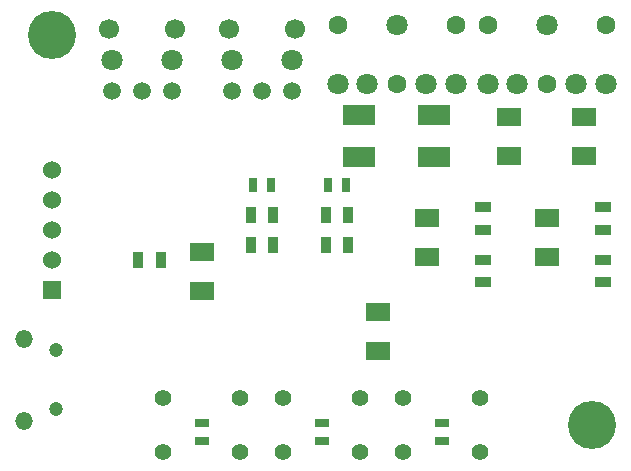
<source format=gbs>
G04 (created by PCBNEW (2013-05-16 BZR 4016)-stable) date 11/18/2013 1:12:52 AM*
%MOIN*%
G04 Gerber Fmt 3.4, Leading zero omitted, Abs format*
%FSLAX34Y34*%
G01*
G70*
G90*
G04 APERTURE LIST*
%ADD10C,0.00590551*%
%ADD11C,0.0551*%
%ADD12R,0.06X0.06*%
%ADD13C,0.06*%
%ADD14C,0.0709*%
%ADD15C,0.063*%
%ADD16R,0.045X0.025*%
%ADD17R,0.055X0.035*%
%ADD18R,0.025X0.045*%
%ADD19C,0.0669291*%
%ADD20C,0.0708661*%
%ADD21C,0.0590551*%
%ADD22C,0.16*%
%ADD23R,0.08X0.06*%
%ADD24R,0.035X0.055*%
%ADD25R,0.11X0.07*%
%ADD26O,0.0590551X0.0590551*%
%ADD27C,0.0472441*%
G04 APERTURE END LIST*
G54D10*
G54D11*
X58220Y-50386D03*
X58220Y-48614D03*
X60780Y-50386D03*
X60780Y-48614D03*
X54220Y-50386D03*
X54220Y-48614D03*
X56780Y-50386D03*
X56780Y-48614D03*
X50220Y-50386D03*
X50220Y-48614D03*
X52780Y-50386D03*
X52780Y-48614D03*
G54D12*
X46500Y-45000D03*
G54D13*
X46500Y-44000D03*
X46500Y-43000D03*
X46500Y-42000D03*
X46500Y-41000D03*
G54D14*
X58000Y-36181D03*
X56031Y-38150D03*
X57016Y-38150D03*
X58984Y-38150D03*
X59969Y-38150D03*
G54D15*
X58000Y-38150D03*
X56031Y-36181D03*
X59969Y-36181D03*
G54D14*
X63000Y-36181D03*
X61031Y-38150D03*
X62016Y-38150D03*
X63984Y-38150D03*
X64969Y-38150D03*
G54D15*
X63000Y-38150D03*
X61031Y-36181D03*
X64969Y-36181D03*
G54D16*
X51500Y-49450D03*
X51500Y-50050D03*
X55500Y-49450D03*
X55500Y-50050D03*
G54D17*
X60875Y-44750D03*
X60875Y-44000D03*
X64875Y-42250D03*
X64875Y-43000D03*
X60875Y-42250D03*
X60875Y-43000D03*
X64875Y-44750D03*
X64875Y-44000D03*
G54D18*
X56300Y-41500D03*
X55700Y-41500D03*
X53200Y-41500D03*
X53800Y-41500D03*
G54D19*
X52397Y-36314D03*
X54602Y-36314D03*
G54D20*
X52500Y-37342D03*
X54500Y-37342D03*
G54D21*
X52500Y-38377D03*
X54500Y-38377D03*
X53500Y-38377D03*
G54D19*
X48397Y-36314D03*
X50602Y-36314D03*
G54D20*
X48500Y-37342D03*
X50500Y-37342D03*
G54D21*
X48500Y-38377D03*
X50500Y-38377D03*
X49500Y-38377D03*
G54D22*
X46500Y-36500D03*
X64500Y-49500D03*
G54D23*
X64250Y-40525D03*
X64250Y-39225D03*
X63000Y-42600D03*
X63000Y-43900D03*
X57375Y-47025D03*
X57375Y-45725D03*
X59000Y-42600D03*
X59000Y-43900D03*
X61750Y-40525D03*
X61750Y-39225D03*
G54D24*
X55625Y-43500D03*
X56375Y-43500D03*
G54D16*
X59500Y-49450D03*
X59500Y-50050D03*
G54D24*
X53875Y-43500D03*
X53125Y-43500D03*
X55625Y-42500D03*
X56375Y-42500D03*
X53125Y-42500D03*
X53875Y-42500D03*
X49375Y-44000D03*
X50125Y-44000D03*
G54D23*
X51500Y-45025D03*
X51500Y-43725D03*
G54D25*
X56750Y-40575D03*
X56750Y-39175D03*
X59250Y-40575D03*
X59250Y-39175D03*
G54D26*
X45570Y-46622D03*
X45570Y-49377D03*
G54D27*
X46633Y-47015D03*
X46633Y-48984D03*
M02*

</source>
